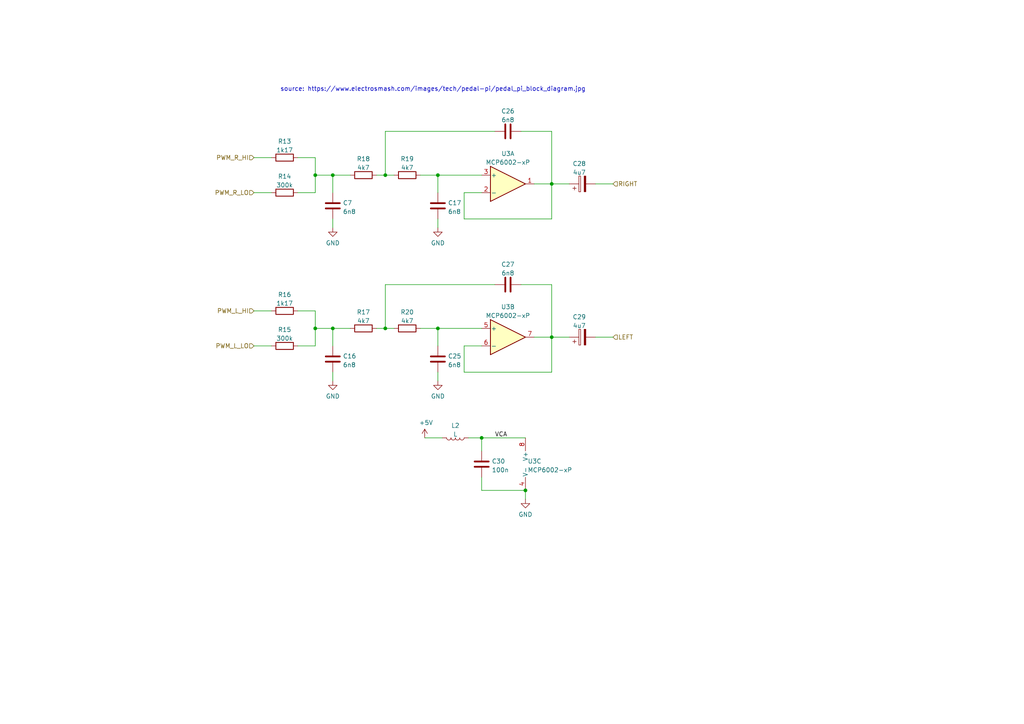
<source format=kicad_sch>
(kicad_sch (version 20211123) (generator eeschema)
  (paper "A4")
  (title_block (title "https://github.com/Lougous/b68k-av"))
  (lib_symbols
    (symbol "Amplifier_Operational:MCP6002-xP" (pin_names (offset 0.127))
      (property "Reference" "U" (at 0 5.08 0))
      (property "Value" "MCP6002-xP" (at 0 -5.08 0))
      (symbol "MCP6002-xP_1_1"
        (polyline (pts (xy -5.08 5.08) (xy 5.08 0) (xy -5.08 -5.08) (xy -5.08 5.08)) (stroke (width 0.254)) (fill (type background)))
        (pin output line (at 7.62 0 180) (length 2.54) (name "~") (number "1"))
        (pin input line (at -7.62 -2.54 0) (length 2.54) (name "-") (number "2"))
        (pin input line (at -7.62 2.54 0) (length 2.54) (name "+") (number "3"))
      )
      (symbol "MCP6002-xP_2_1"
        (polyline (pts (xy -5.08 5.08) (xy 5.08 0) (xy -5.08 -5.08) (xy -5.08 5.08)) (stroke (width 0.254)) (fill (type background)))
        (pin input line (at -7.62 2.54 0) (length 2.54) (name "+") (number "5"))
        (pin input line (at -7.62 -2.54 0) (length 2.54) (name "-") (number "6"))
        (pin output line (at 7.62 0 180) (length 2.54) (name "~") (number "7"))
      )
      (symbol "MCP6002-xP_3_1"
        (pin power_in line (at -2.54 -7.62 90) (length 3.81) (name "V-") (number "4"))
        (pin power_in line (at -2.54 7.62 270) (length 3.81) (name "V+") (number "8"))
      )
    )
    (symbol "Device:C" (pin_numbers hide) (pin_names (offset 0.254))
      (property "Reference" "C" (at 0.635 2.54 0))
      (property "Value" "C" (at 0.635 -2.54 0))
      (symbol "C_0_1"
        (polyline (pts (xy -2.032 -0.762) (xy 2.032 -0.762)) (stroke (width 0.508)))
        (polyline (pts (xy -2.032 0.762) (xy 2.032 0.762)) (stroke (width 0.508)))
      )
      (symbol "C_1_1"
        (pin passive line (at 0 3.81 270) (length 2.794) (name "~") (number "1"))
        (pin passive line (at 0 -3.81 90) (length 2.794) (name "~") (number "2"))
      )
    )
    (symbol "Device:C_Polarized" (pin_numbers hide) (pin_names (offset 0.254))
      (property "Reference" "C" (at 0.635 2.54 0))
      (property "Value" "C_Polarized" (at 0.635 -2.54 0))
      (symbol "C_Polarized_0_1"
        (rectangle (start -2.286 0.508) (end 2.286 1.016))
        (polyline (pts (xy -1.778 2.286) (xy -0.762 2.286)))
        (polyline (pts (xy -1.27 2.794) (xy -1.27 1.778)))
        (rectangle (start 2.286 -0.508) (end -2.286 -1.016) (fill (type outline)))
      )
      (symbol "C_Polarized_1_1"
        (pin passive line (at 0 3.81 270) (length 2.794) (name "~") (number "1"))
        (pin passive line (at 0 -3.81 90) (length 2.794) (name "~") (number "2"))
      )
    )
    (symbol "Device:L" (pin_numbers hide) (pin_names (offset 1.016) hide)
      (property "Reference" "L" (at -1.27 0 90))
      (property "Value" "L" (at 1.905 0 90))
      (symbol "L_0_1"
        (arc (start 0 -2.54) (mid 0.635 -1.905) (end 0 -1.27))
        (arc (start 0 -1.27) (mid 0.635 -0.635) (end 0 0))
        (arc (start 0 0) (mid 0.635 0.635) (end 0 1.27))
        (arc (start 0 1.27) (mid 0.635 1.905) (end 0 2.54))
      )
      (symbol "L_1_1"
        (pin passive line (at 0 3.81 270) (length 1.27) (name "1") (number "1"))
        (pin passive line (at 0 -3.81 90) (length 1.27) (name "2") (number "2"))
      )
    )
    (symbol "Device:R" (pin_numbers hide) (pin_names (offset 0))
      (property "Reference" "R" (at 2.032 0 90))
      (property "Value" "R" (at 0 0 90))
      (symbol "R_0_1"
        (rectangle (start -1.016 -2.54) (end 1.016 2.54) (stroke (width 0.254)))
      )
      (symbol "R_1_1"
        (pin passive line (at 0 3.81 270) (length 1.27) (name "~") (number "1"))
        (pin passive line (at 0 -3.81 90) (length 1.27) (name "~") (number "2"))
      )
    )
    (symbol "power:+5V" (power) (pin_names (offset 0))
      (property "Value" "+5V" (at 0 3.556 0))
      (symbol "+5V_0_1"
        (polyline (pts (xy -0.762 1.27) (xy 0 2.54)))
        (polyline (pts (xy 0 0) (xy 0 2.54)))
        (polyline (pts (xy 0 2.54) (xy 0.762 1.27)))
      )
      (symbol "+5V_1_1"
        (pin power_in line (at 0 0 90) (length 0) hide (name "+5V") (number "1"))
      )
    )
    (symbol "power:GND" (power) (pin_names (offset 0))
      (property "Value" "GND" (at 0 -3.81 0))
      (symbol "GND_0_1"
        (polyline (pts (xy 0 0) (xy 0 -1.27) (xy 1.27 -1.27) (xy 0 -2.54) (xy -1.27 -1.27) (xy 0 -1.27)))
      )
      (symbol "GND_1_1"
        (pin power_in line (at 0 0 270) (length 0) hide (name "GND") (number "1"))
      )
    )
  )
  (junction (at 91.44 50.8))
  (junction (at 160.02 97.79))
  (junction (at 111.76 95.25))
  (junction (at 91.44 95.25))
  (junction (at 139.7 127))
  (junction (at 127 95.25))
  (junction (at 160.02 53.34))
  (junction (at 152.4 142.24))
  (junction (at 127 50.8))
  (junction (at 96.52 50.8))
  (junction (at 96.52 95.25))
  (junction (at 111.76 50.8))
  (wire (pts (xy 139.7 127) (xy 139.7 130.81)))
  (wire (pts (xy 160.02 63.5) (xy 160.02 53.34)))
  (wire (pts (xy 111.76 82.55) (xy 143.51 82.55)))
  (wire (pts (xy 154.94 53.34) (xy 160.02 53.34)))
  (wire (pts (xy 86.36 45.72) (xy 91.44 45.72)))
  (wire (pts (xy 91.44 50.8) (xy 91.44 55.88)))
  (wire (pts (xy 134.62 107.95) (xy 160.02 107.95)))
  (wire (pts (xy 111.76 50.8) (xy 111.76 38.1)))
  (wire (pts (xy 134.62 55.88) (xy 134.62 63.5)))
  (wire (pts (xy 96.52 95.25) (xy 101.6 95.25)))
  (wire (pts (xy 111.76 95.25) (xy 114.3 95.25)))
  (wire (pts (xy 73.66 90.17) (xy 78.74 90.17)))
  (wire (pts (xy 172.72 53.34) (xy 177.8 53.34)))
  (wire (pts (xy 96.52 50.8) (xy 91.44 50.8)))
  (wire (pts (xy 91.44 95.25) (xy 91.44 90.17)))
  (wire (pts (xy 86.36 100.33) (xy 91.44 100.33)))
  (wire (pts (xy 127 95.25) (xy 139.7 95.25)))
  (wire (pts (xy 127 63.5) (xy 127 66.04)))
  (wire (pts (xy 96.52 63.5) (xy 96.52 66.04)))
  (wire (pts (xy 127 55.88) (xy 127 50.8)))
  (wire (pts (xy 96.52 55.88) (xy 96.52 50.8)))
  (wire (pts (xy 135.89 127) (xy 139.7 127)))
  (wire (pts (xy 160.02 97.79) (xy 165.1 97.79)))
  (wire (pts (xy 127 50.8) (xy 139.7 50.8)))
  (wire (pts (xy 160.02 107.95) (xy 160.02 97.79)))
  (wire (pts (xy 172.72 97.79) (xy 177.8 97.79)))
  (wire (pts (xy 109.22 50.8) (xy 111.76 50.8)))
  (wire (pts (xy 127 100.33) (xy 127 95.25)))
  (wire (pts (xy 139.7 142.24) (xy 152.4 142.24)))
  (wire (pts (xy 127 107.95) (xy 127 110.49)))
  (wire (pts (xy 91.44 50.8) (xy 91.44 45.72)))
  (wire (pts (xy 154.94 97.79) (xy 160.02 97.79)))
  (wire (pts (xy 134.62 100.33) (xy 134.62 107.95)))
  (wire (pts (xy 160.02 82.55) (xy 151.13 82.55)))
  (wire (pts (xy 86.36 55.88) (xy 91.44 55.88)))
  (wire (pts (xy 139.7 55.88) (xy 134.62 55.88)))
  (wire (pts (xy 160.02 97.79) (xy 160.02 82.55)))
  (wire (pts (xy 86.36 90.17) (xy 91.44 90.17)))
  (wire (pts (xy 121.92 50.8) (xy 127 50.8)))
  (wire (pts (xy 160.02 53.34) (xy 160.02 38.1)))
  (wire (pts (xy 111.76 95.25) (xy 111.76 82.55)))
  (wire (pts (xy 91.44 95.25) (xy 91.44 100.33)))
  (wire (pts (xy 73.66 55.88) (xy 78.74 55.88)))
  (wire (pts (xy 160.02 38.1) (xy 151.13 38.1)))
  (wire (pts (xy 160.02 53.34) (xy 165.1 53.34)))
  (wire (pts (xy 96.52 107.95) (xy 96.52 110.49)))
  (wire (pts (xy 73.66 45.72) (xy 78.74 45.72)))
  (wire (pts (xy 123.19 127) (xy 128.27 127)))
  (wire (pts (xy 139.7 138.43) (xy 139.7 142.24)))
  (wire (pts (xy 96.52 95.25) (xy 91.44 95.25)))
  (wire (pts (xy 111.76 50.8) (xy 114.3 50.8)))
  (wire (pts (xy 73.66 100.33) (xy 78.74 100.33)))
  (wire (pts (xy 152.4 142.24) (xy 152.4 144.78)))
  (wire (pts (xy 134.62 63.5) (xy 160.02 63.5)))
  (wire (pts (xy 109.22 95.25) (xy 111.76 95.25)))
  (wire (pts (xy 111.76 38.1) (xy 143.51 38.1)))
  (wire (pts (xy 96.52 50.8) (xy 101.6 50.8)))
  (wire (pts (xy 139.7 127) (xy 152.4 127)))
  (wire (pts (xy 139.7 100.33) (xy 134.62 100.33)))
  (wire (pts (xy 121.92 95.25) (xy 127 95.25)))
  (wire (pts (xy 96.52 100.33) (xy 96.52 95.25)))
  (text "source: https://www.electrosmash.com/images/tech/pedal-pi/pedal_pi_block_diagram.jpg" (at 81.28 26.67 0) (effects (font (size 1.27 1.27)) (justify left bottom)))
  (label "VCA" (at 143.51 127 0))
  (hierarchical_label "LEFT" (shape input) (at 177.8 97.79 0))
  (hierarchical_label "PWM_L_LO" (shape input) (at 73.66 100.33 180))
  (hierarchical_label "PWM_R_LO" (shape input) (at 73.66 55.88 180))
  (hierarchical_label "PWM_L_HI" (shape input) (at 73.66 90.17 180))
  (hierarchical_label "PWM_R_HI" (shape input) (at 73.66 45.72 180))
  (hierarchical_label "RIGHT" (shape input) (at 177.8 53.34 0))
  (symbol (lib_id "Device:L") (at 132.08 127 270) (unit 1)
    (property "Reference" "L2" (at 132.08 123.4272 90))
    (property "Value" "L" (at 132.08 125.9641 90))
    (property "Footprint" "Inductor_THT:L_Axial_L5.3mm_D2.2mm_P2.54mm_Vertical_Vishay_IM-1" (effects hide))
  )
  (symbol (lib_id "Amplifier_Operational:MCP6002-xP") (at 154.94 134.62 0) (unit 3)
    (property "Reference" "U3" (at 153.035 133.7853 0) (effects (justify left)))
    (property "Value" "MCP6002-xP" (at 153.035 136.3222 0) (effects (justify left)))
    (property "Footprint" "Package_DIP:DIP-8_W7.62mm_Socket" (effects hide))
    (property "Datasheet" "http://ww1.microchip.com/downloads/en/DeviceDoc/21733j.pdf" (effects hide))
  )
  (symbol (lib_id "Device:C_Polarized") (at 168.91 53.34 90) (unit 1)
    (property "Reference" "C28" (at 168.021 47.4812 90))
    (property "Value" "4u7" (at 168.021 50.0181 90))
    (property "Footprint" "Capacitor_THT:CP_Radial_D5.0mm_P2.00mm" (effects hide))
  )
  (symbol (lib_id "Device:C") (at 127 59.69 0) (unit 1)
    (property "Reference" "C17" (at 129.921 58.8553 0) (effects (justify left)))
    (property "Value" "6n8" (at 129.921 61.3922 0) (effects (justify left)))
    (property "Footprint" "Capacitor_THT:C_Disc_D4.3mm_W1.9mm_P5.00mm" (effects hide))
  )
  (symbol (lib_id "Device:R") (at 82.55 55.88 90) (unit 1)
    (property "Reference" "R14" (at 82.55 51.1642 90))
    (property "Value" "300k" (at 82.55 53.7011 90))
    (property "Footprint" "Resistor_THT:R_Axial_DIN0204_L3.6mm_D1.6mm_P7.62mm_Horizontal" (effects hide))
  )
  (symbol (lib_id "Device:R") (at 118.11 50.8 90) (unit 1)
    (property "Reference" "R19" (at 118.11 46.0842 90))
    (property "Value" "4k7" (at 118.11 48.6211 90))
    (property "Footprint" "Resistor_THT:R_Axial_DIN0204_L3.6mm_D1.6mm_P7.62mm_Horizontal" (effects hide))
  )
  (symbol (lib_id "power:GND") (at 96.52 66.04 0) (unit 1)
    (property "Reference" "#PWR0129" (effects hide))
    (property "Value" "GND" (at 96.52 70.4834 0))
  )
  (symbol (lib_id "Device:R") (at 105.41 50.8 90) (unit 1)
    (property "Reference" "R18" (at 105.41 46.0842 90))
    (property "Value" "4k7" (at 105.41 48.6211 90))
    (property "Footprint" "Resistor_THT:R_Axial_DIN0204_L3.6mm_D1.6mm_P7.62mm_Horizontal" (effects hide))
  )
  (symbol (lib_id "Device:R") (at 82.55 90.17 90) (unit 1)
    (property "Reference" "R16" (at 82.55 85.4542 90))
    (property "Value" "1k17" (at 82.55 87.9911 90))
    (property "Footprint" "Resistor_THT:R_Axial_DIN0204_L3.6mm_D1.6mm_P7.62mm_Horizontal" (effects hide))
  )
  (symbol (lib_id "Amplifier_Operational:MCP6002-xP") (at 147.32 53.34 0) (unit 1)
    (property "Reference" "U3" (at 147.32 44.5602 0))
    (property "Value" "MCP6002-xP" (at 147.32 47.0971 0))
    (property "Footprint" "Package_DIP:DIP-8_W7.62mm_Socket" (effects hide))
    (property "Datasheet" "http://ww1.microchip.com/downloads/en/DeviceDoc/21733j.pdf" (effects hide))
  )
  (symbol (lib_id "power:GND") (at 127 110.49 0) (unit 1)
    (property "Reference" "#PWR0132" (effects hide))
    (property "Value" "GND" (at 127 114.9334 0))
  )
  (symbol (lib_id "Device:C") (at 139.7 134.62 0) (unit 1)
    (property "Reference" "C30" (at 142.621 133.7853 0) (effects (justify left)))
    (property "Value" "100n" (at 142.621 136.3222 0) (effects (justify left)))
    (property "Footprint" "Capacitor_THT:C_Disc_D4.3mm_W1.9mm_P5.00mm" (effects hide))
  )
  (symbol (lib_id "Device:C") (at 96.52 104.14 0) (unit 1)
    (property "Reference" "C16" (at 99.441 103.3053 0) (effects (justify left)))
    (property "Value" "6n8" (at 99.441 105.8422 0) (effects (justify left)))
    (property "Footprint" "Capacitor_THT:C_Disc_D4.3mm_W1.9mm_P5.00mm" (effects hide))
  )
  (symbol (lib_id "power:GND") (at 127 66.04 0) (unit 1)
    (property "Reference" "#PWR0131" (effects hide))
    (property "Value" "GND" (at 127 70.4834 0))
  )
  (symbol (lib_id "Device:R") (at 118.11 95.25 90) (unit 1)
    (property "Reference" "R20" (at 118.11 90.5342 90))
    (property "Value" "4k7" (at 118.11 93.0711 90))
    (property "Footprint" "Resistor_THT:R_Axial_DIN0204_L3.6mm_D1.6mm_P7.62mm_Horizontal" (effects hide))
  )
  (symbol (lib_id "Device:R") (at 105.41 95.25 90) (unit 1)
    (property "Reference" "R17" (at 105.41 90.5342 90))
    (property "Value" "4k7" (at 105.41 93.0711 90))
    (property "Footprint" "Resistor_THT:R_Axial_DIN0204_L3.6mm_D1.6mm_P7.62mm_Horizontal" (effects hide))
  )
  (symbol (lib_id "Device:C_Polarized") (at 168.91 97.79 90) (unit 1)
    (property "Reference" "C29" (at 168.021 91.9312 90))
    (property "Value" "4u7" (at 168.021 94.4681 90))
    (property "Footprint" "Capacitor_THT:CP_Radial_D5.0mm_P2.00mm" (effects hide))
  )
  (symbol (lib_id "power:+5V") (at 123.19 127 0) (unit 1)
    (property "Reference" "#PWR0138" (effects hide))
    (property "Value" "+5V" (at 123.571 122.6058 0))
  )
  (symbol (lib_id "Device:C") (at 127 104.14 0) (unit 1)
    (property "Reference" "C25" (at 129.921 103.3053 0) (effects (justify left)))
    (property "Value" "6n8" (at 129.921 105.8422 0) (effects (justify left)))
    (property "Footprint" "Capacitor_THT:C_Disc_D4.3mm_W1.9mm_P5.00mm" (effects hide))
  )
  (symbol (lib_id "Device:C") (at 147.32 38.1 90) (unit 1)
    (property "Reference" "C26" (at 147.32 32.2412 90))
    (property "Value" "6n8" (at 147.32 34.7781 90))
    (property "Footprint" "Capacitor_THT:C_Disc_D4.3mm_W1.9mm_P5.00mm" (effects hide))
  )
  (symbol (lib_id "Device:C") (at 96.52 59.69 0) (unit 1)
    (property "Reference" "C7" (at 99.441 58.8553 0) (effects (justify left)))
    (property "Value" "6n8" (at 99.441 61.3922 0) (effects (justify left)))
    (property "Footprint" "Capacitor_THT:C_Disc_D4.3mm_W1.9mm_P5.00mm" (effects hide))
  )
  (symbol (lib_id "power:GND") (at 96.52 110.49 0) (unit 1)
    (property "Reference" "#PWR0133" (effects hide))
    (property "Value" "GND" (at 96.52 114.9334 0))
  )
  (symbol (lib_id "Device:R") (at 82.55 45.72 90) (unit 1)
    (property "Reference" "R13" (at 82.55 41.0042 90))
    (property "Value" "1k17" (at 82.55 43.5411 90))
    (property "Footprint" "Resistor_THT:R_Axial_DIN0204_L3.6mm_D1.6mm_P7.62mm_Horizontal" (effects hide))
  )
  (symbol (lib_id "Device:C") (at 147.32 82.55 90) (unit 1)
    (property "Reference" "C27" (at 147.32 76.6912 90))
    (property "Value" "6n8" (at 147.32 79.2281 90))
    (property "Footprint" "Capacitor_THT:C_Disc_D4.3mm_W1.9mm_P5.00mm" (effects hide))
  )
  (symbol (lib_id "Device:R") (at 82.55 100.33 90) (unit 1)
    (property "Reference" "R15" (at 82.55 95.6142 90))
    (property "Value" "300k" (at 82.55 98.1511 90))
    (property "Footprint" "Resistor_THT:R_Axial_DIN0204_L3.6mm_D1.6mm_P7.62mm_Horizontal" (effects hide))
  )
  (symbol (lib_id "Amplifier_Operational:MCP6002-xP") (at 147.32 97.79 0) (unit 2)
    (property "Reference" "U3" (at 147.32 89.0102 0))
    (property "Value" "MCP6002-xP" (at 147.32 91.5471 0))
    (property "Footprint" "Package_DIP:DIP-8_W7.62mm_Socket" (effects hide))
    (property "Datasheet" "http://ww1.microchip.com/downloads/en/DeviceDoc/21733j.pdf" (effects hide))
  )
  (symbol (lib_id "power:GND") (at 152.4 144.78 0) (unit 1)
    (property "Reference" "#PWR0134" (effects hide))
    (property "Value" "GND" (at 152.4 149.2234 0))
  )
)
</source>
